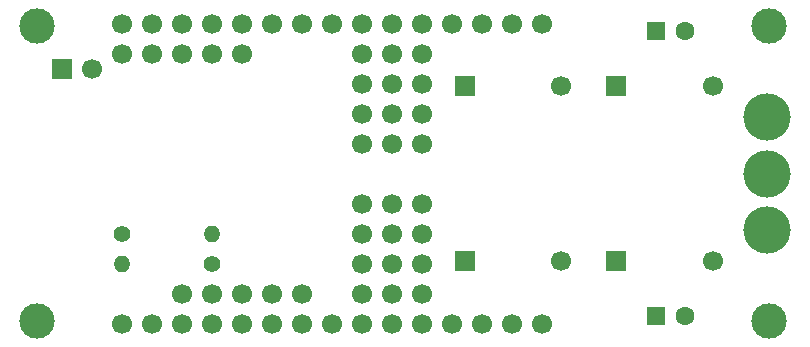
<source format=gbr>
%TF.GenerationSoftware,KiCad,Pcbnew,9.0.1-9.0.1-0~ubuntu22.04.1*%
%TF.CreationDate,2025-05-27T19:15:10+02:00*%
%TF.ProjectId,kame32-pcb,6b616d65-3332-42d7-9063-622e6b696361,rev?*%
%TF.SameCoordinates,Original*%
%TF.FileFunction,Soldermask,Bot*%
%TF.FilePolarity,Negative*%
%FSLAX46Y46*%
G04 Gerber Fmt 4.6, Leading zero omitted, Abs format (unit mm)*
G04 Created by KiCad (PCBNEW 9.0.1-9.0.1-0~ubuntu22.04.1) date 2025-05-27 19:15:10*
%MOMM*%
%LPD*%
G01*
G04 APERTURE LIST*
%ADD10R,1.700000X1.700000*%
%ADD11C,1.700000*%
%ADD12C,3.000000*%
%ADD13C,1.400000*%
%ADD14O,1.400000X1.400000*%
%ADD15R,1.600000X1.600000*%
%ADD16C,1.600000*%
%ADD17C,4.000000*%
G04 APERTURE END LIST*
D10*
%TO.C,U1*%
X189005600Y-38303200D03*
D11*
X197205600Y-53103200D03*
D10*
X189005600Y-53103200D03*
D11*
X197205600Y-38303200D03*
%TD*%
%TO.C,J3*%
X180340000Y-55880000D03*
X180340000Y-53340000D03*
X180340000Y-50800000D03*
X180340000Y-48260000D03*
%TD*%
D12*
%TO.C,REF\u002A\u002A*%
X214799999Y-33200000D03*
%TD*%
D13*
%TO.C,R2*%
X167640000Y-53340000D03*
D14*
X160020000Y-53340000D03*
%TD*%
D11*
%TO.C,J7*%
X175260000Y-55880000D03*
X172720000Y-55880000D03*
X170180000Y-55880000D03*
X167640000Y-55880000D03*
X165100000Y-55880000D03*
%TD*%
D12*
%TO.C,REF\u002A\u002A*%
X152799999Y-58200000D03*
%TD*%
D11*
%TO.C,J4*%
X180340000Y-43180000D03*
X180340000Y-40640000D03*
X180340000Y-38100000D03*
X180340000Y-35560000D03*
%TD*%
D13*
%TO.C,R1*%
X160020000Y-50800000D03*
D14*
X167640000Y-50800000D03*
%TD*%
D12*
%TO.C,REF\u002A\u002A*%
X152799999Y-33200000D03*
%TD*%
%TO.C,REF\u002A\u002A*%
X214799999Y-58200000D03*
%TD*%
D11*
%TO.C,J5*%
X157480000Y-36830000D03*
D10*
X154940000Y-36830000D03*
%TD*%
D11*
%TO.C,J8*%
X160020000Y-35560000D03*
X162560000Y-35560000D03*
X165100000Y-35560000D03*
X167640000Y-35560000D03*
X170180000Y-35560000D03*
%TD*%
D15*
%TO.C,C1*%
X205169887Y-33655000D03*
D16*
X207669887Y-33655000D03*
%TD*%
D15*
%TO.C,C2*%
X205169888Y-57785000D03*
D16*
X207669888Y-57785000D03*
%TD*%
D17*
%TO.C,SW1*%
X214630000Y-40920000D03*
X214630000Y-45720000D03*
X214630000Y-50520000D03*
%TD*%
D11*
%TO.C,J2*%
X182880000Y-35560000D03*
X185420000Y-35560000D03*
X182880000Y-38100000D03*
X185420000Y-38100000D03*
X182880000Y-40640000D03*
X185420000Y-40640000D03*
X182880000Y-43180000D03*
X185420000Y-43180000D03*
%TD*%
%TO.C,U2*%
X160020000Y-33020000D03*
X162560000Y-33020000D03*
X165100000Y-33020000D03*
X167640000Y-33020000D03*
X170180000Y-33020000D03*
X172720000Y-33020000D03*
X175260000Y-33020000D03*
X177800000Y-33020000D03*
X180340000Y-33020000D03*
X182880000Y-33020000D03*
X185420000Y-33020000D03*
X187960000Y-33020000D03*
X190500000Y-33020000D03*
X193040000Y-33020000D03*
X195580000Y-33020000D03*
X160020000Y-58420000D03*
X162560000Y-58420000D03*
X165100000Y-58420000D03*
X167640000Y-58420000D03*
X170180000Y-58420000D03*
X172720000Y-58420000D03*
X175260000Y-58420000D03*
X177800000Y-58420000D03*
X180340000Y-58420000D03*
X182880000Y-58420000D03*
X185420000Y-58420000D03*
X187960000Y-58420000D03*
X190500000Y-58420000D03*
X193040000Y-58420000D03*
X195580000Y-58420000D03*
%TD*%
%TO.C,J6*%
X185420000Y-55880000D03*
X182880000Y-55880000D03*
X185420000Y-53340000D03*
X182880000Y-53340000D03*
X185420000Y-50800000D03*
X182880000Y-50800000D03*
X185420000Y-48260000D03*
X182880000Y-48260000D03*
%TD*%
%TO.C,U3*%
X210028400Y-38303200D03*
D10*
X201828400Y-53103200D03*
D11*
X210028400Y-53103200D03*
D10*
X201828400Y-38303200D03*
%TD*%
M02*

</source>
